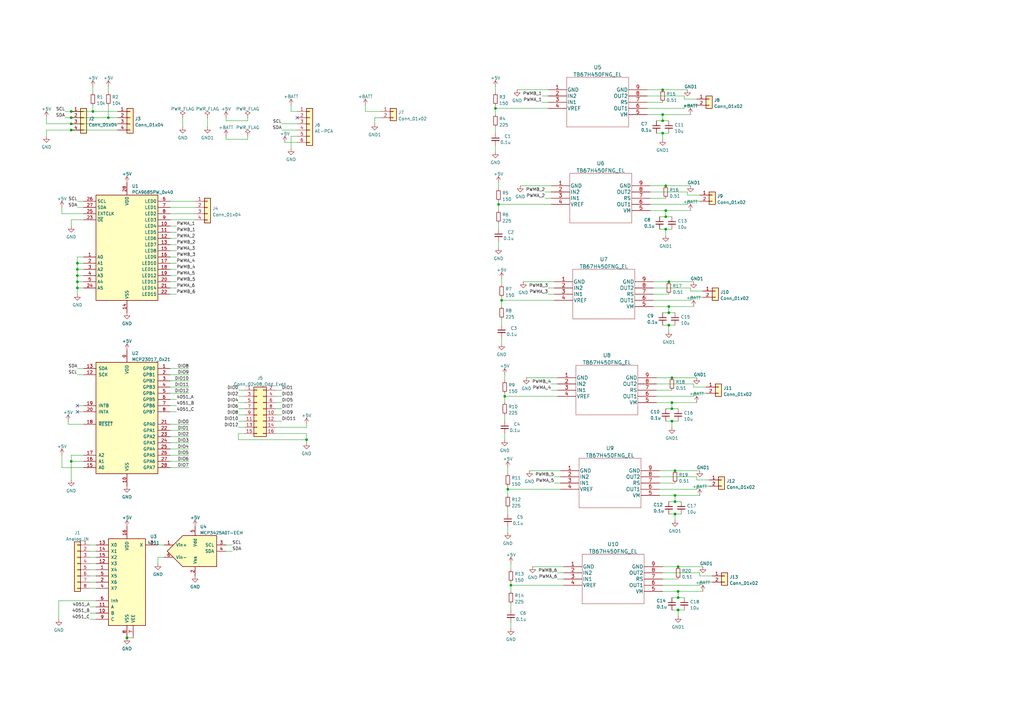
<source format=kicad_sch>
(kicad_sch (version 20211123) (generator eeschema)
  (paper "A3")
  (title_block (title "BCRC Dev-Board") (date "2022-04-24") (company "Lazuly - @Lazuly_tech"))
  (junction (at 274.32 128.27))
  (junction (at 125.73 180.34))
  (junction (at 278.13 250.19))
  (junction (at 31.75 115.57))
  (junction (at 275.59 154.94))
  (junction (at 275.59 165.1))
  (junction (at 29.21 53.34))
  (junction (at 278.13 245.11))
  (junction (at 276.86 205.74))
  (junction (at 276.86 193.04))
  (junction (at 38.1 45.72))
  (junction (at 275.59 172.72))
  (junction (at 208.28 200.66))
  (junction (at 274.32 125.73))
  (junction (at 31.75 113.03))
  (junction (at 271.78 54.61))
  (junction (at 205.74 123.19))
  (junction (at 271.78 49.53))
  (junction (at 203.2 44.45))
  (junction (at 271.78 36.83))
  (junction (at 207.01 162.56))
  (junction (at 209.55 240.03))
  (junction (at 204.47 83.82))
  (junction (at 52.07 261.62))
  (junction (at 276.86 210.82))
  (junction (at 278.13 232.41))
  (junction (at 275.59 167.64))
  (junction (at 31.75 107.95))
  (junction (at 29.21 189.23))
  (junction (at 44.45 48.26))
  (junction (at 29.21 48.26))
  (junction (at 31.75 118.11))
  (junction (at 274.32 133.35))
  (junction (at 29.21 50.8))
  (junction (at 271.78 46.99))
  (junction (at 273.05 93.98))
  (junction (at 276.86 203.2))
  (junction (at 274.32 115.57))
  (junction (at 278.13 242.57))
  (junction (at 273.05 86.36))
  (junction (at 273.05 88.9))
  (junction (at 31.75 110.49))
  (junction (at 273.05 76.2))
  (junction (at 29.21 45.72))
  (no_connect (at 31.75 168.91))
  (no_connect (at 31.75 166.37))
  (no_connect (at 121.92 48.26))
  (wire (pts (xy 36.83 223.52) (xy 39.37 223.52)))
  (wire (pts (xy 31.75 105.41) (xy 34.29 105.41)))
  (wire (pts (xy 271.78 54.61) (xy 274.32 54.61)))
  (wire (pts (xy 269.24 49.53) (xy 271.78 49.53)))
  (wire (pts (xy 205.74 123.19) (xy 205.74 125.73)))
  (wire (pts (xy 125.73 177.8) (xy 125.73 180.34)))
  (wire (pts (xy 31.75 115.57) (xy 34.29 115.57)))
  (wire (pts (xy 44.45 48.26) (xy 48.26 48.26)))
  (wire (pts (xy 275.59 165.1) (xy 275.59 167.64)))
  (wire (pts (xy 113.03 165.1) (xy 115.57 165.1)))
  (wire (pts (xy 267.97 115.57) (xy 274.32 115.57)))
  (wire (pts (xy 31.75 151.13) (xy 34.29 151.13)))
  (wire (pts (xy 285.75 195.58) (xy 285.75 196.85)))
  (wire (pts (xy 275.59 172.72) (xy 275.59 175.26)))
  (wire (pts (xy 266.7 86.36) (xy 273.05 86.36)))
  (wire (pts (xy 273.05 172.72) (xy 275.59 172.72)))
  (wire (pts (xy 119.38 55.88) (xy 119.38 60.96)))
  (wire (pts (xy 267.97 123.19) (xy 283.21 123.19)))
  (wire (pts (xy 273.05 86.36) (xy 283.21 86.36)))
  (wire (pts (xy 205.74 123.19) (xy 227.33 123.19)))
  (wire (pts (xy 278.13 250.19) (xy 278.13 252.73)))
  (wire (pts (xy 209.55 247.65) (xy 209.55 250.19)))
  (wire (pts (xy 287.02 234.95) (xy 287.02 236.22)))
  (wire (pts (xy 266.7 76.2) (xy 273.05 76.2)))
  (wire (pts (xy 271.78 46.99) (xy 271.78 49.53)))
  (wire (pts (xy 97.79 175.26) (xy 100.33 175.26)))
  (wire (pts (xy 69.85 115.57) (xy 72.39 115.57)))
  (wire (pts (xy 69.85 173.99) (xy 77.47 173.99)))
  (wire (pts (xy 274.32 128.27) (xy 276.86 128.27)))
  (wire (pts (xy 64.77 223.52) (xy 67.31 223.52)))
  (wire (pts (xy 274.32 133.35) (xy 274.32 135.89)))
  (wire (pts (xy 283.21 123.19) (xy 283.21 121.92)))
  (wire (pts (xy 275.59 165.1) (xy 285.75 165.1)))
  (wire (pts (xy 280.67 44.45) (xy 280.67 43.18)))
  (wire (pts (xy 271.78 49.53) (xy 274.32 49.53)))
  (wire (pts (xy 36.83 251.46) (xy 39.37 251.46)))
  (wire (pts (xy 278.13 232.41) (xy 288.29 232.41)))
  (wire (pts (xy 209.55 231.14) (xy 209.55 233.68)))
  (wire (pts (xy 69.85 87.63) (xy 80.01 87.63)))
  (wire (pts (xy 271.78 240.03) (xy 287.02 240.03)))
  (wire (pts (xy 269.24 160.02) (xy 275.59 160.02)))
  (wire (pts (xy 276.86 193.04) (xy 287.02 193.04)))
  (wire (pts (xy 24.13 246.38) (xy 39.37 246.38)))
  (wire (pts (xy 278.13 245.11) (xy 280.67 245.11)))
  (wire (pts (xy 267.97 120.65) (xy 274.32 120.65)))
  (wire (pts (xy 29.21 53.34) (xy 48.26 53.34)))
  (wire (pts (xy 69.85 85.09) (xy 80.01 85.09)))
  (wire (pts (xy 69.85 179.07) (xy 77.47 179.07)))
  (wire (pts (xy 205.74 130.81) (xy 205.74 133.35)))
  (wire (pts (xy 69.85 168.91) (xy 72.39 168.91)))
  (wire (pts (xy 69.85 95.25) (xy 72.39 95.25)))
  (wire (pts (xy 113.03 175.26) (xy 125.73 175.26)))
  (wire (pts (xy 69.85 184.15) (xy 77.47 184.15)))
  (wire (pts (xy 222.25 41.91) (xy 224.79 41.91)))
  (wire (pts (xy 284.48 162.56) (xy 284.48 161.29)))
  (wire (pts (xy 273.05 86.36) (xy 273.05 88.9)))
  (wire (pts (xy 69.85 118.11) (xy 72.39 118.11)))
  (wire (pts (xy 113.03 162.56) (xy 115.57 162.56)))
  (wire (pts (xy 69.85 102.87) (xy 72.39 102.87)))
  (wire (pts (xy 269.24 154.94) (xy 275.59 154.94)))
  (wire (pts (xy 265.43 41.91) (xy 271.78 41.91)))
  (wire (pts (xy 115.57 53.34) (xy 121.92 53.34)))
  (wire (pts (xy 271.78 242.57) (xy 278.13 242.57)))
  (wire (pts (xy 36.83 233.68) (xy 39.37 233.68)))
  (wire (pts (xy 29.21 90.17) (xy 34.29 90.17)))
  (wire (pts (xy 69.85 186.69) (xy 77.47 186.69)))
  (wire (pts (xy 203.2 52.07) (xy 203.2 54.61)))
  (wire (pts (xy 283.21 119.38) (xy 288.29 119.38)))
  (wire (pts (xy 214.63 115.57) (xy 227.33 115.57)))
  (wire (pts (xy 149.86 45.72) (xy 149.86 43.18)))
  (wire (pts (xy 92.71 57.15) (xy 101.6 57.15)))
  (wire (pts (xy 69.85 158.75) (xy 77.47 158.75)))
  (wire (pts (xy 269.24 54.61) (xy 271.78 54.61)))
  (wire (pts (xy 92.71 49.53) (xy 92.71 48.26)))
  (wire (pts (xy 271.78 133.35) (xy 274.32 133.35)))
  (wire (pts (xy 97.79 167.64) (xy 100.33 167.64)))
  (wire (pts (xy 267.97 118.11) (xy 283.21 118.11)))
  (wire (pts (xy 69.85 97.79) (xy 72.39 97.79)))
  (wire (pts (xy 26.67 48.26) (xy 29.21 48.26)))
  (wire (pts (xy 207.01 177.8) (xy 207.01 180.34)))
  (wire (pts (xy 205.74 138.43) (xy 205.74 140.97)))
  (wire (pts (xy 209.55 238.76) (xy 209.55 240.03)))
  (wire (pts (xy 284.48 161.29) (xy 289.56 161.29)))
  (wire (pts (xy 273.05 93.98) (xy 275.59 93.98)))
  (wire (pts (xy 266.7 78.74) (xy 281.94 78.74)))
  (wire (pts (xy 69.85 92.71) (xy 72.39 92.71)))
  (wire (pts (xy 270.51 93.98) (xy 273.05 93.98)))
  (wire (pts (xy 85.09 48.26) (xy 85.09 52.07)))
  (wire (pts (xy 275.59 172.72) (xy 278.13 172.72)))
  (wire (pts (xy 205.74 121.92) (xy 205.74 123.19)))
  (wire (pts (xy 275.59 154.94) (xy 285.75 154.94)))
  (wire (pts (xy 113.03 160.02) (xy 115.57 160.02)))
  (wire (pts (xy 208.28 215.9) (xy 208.28 218.44)))
  (wire (pts (xy 203.2 35.56) (xy 203.2 38.1)))
  (wire (pts (xy 287.02 236.22) (xy 292.1 236.22)))
  (wire (pts (xy 92.71 223.52) (xy 95.25 223.52)))
  (wire (pts (xy 215.9 154.94) (xy 228.6 154.94)))
  (wire (pts (xy 36.83 241.3) (xy 39.37 241.3)))
  (wire (pts (xy 204.47 83.82) (xy 204.47 86.36)))
  (wire (pts (xy 275.59 250.19) (xy 278.13 250.19)))
  (wire (pts (xy 69.85 163.83) (xy 72.39 163.83)))
  (wire (pts (xy 97.79 177.8) (xy 100.33 177.8)))
  (wire (pts (xy 224.79 120.65) (xy 227.33 120.65)))
  (wire (pts (xy 19.05 50.8) (xy 19.05 48.26)))
  (wire (pts (xy 209.55 240.03) (xy 209.55 242.57)))
  (wire (pts (xy 207.01 153.67) (xy 207.01 156.21)))
  (wire (pts (xy 273.05 88.9) (xy 275.59 88.9)))
  (wire (pts (xy 34.29 189.23) (xy 29.21 189.23)))
  (wire (pts (xy 27.94 173.99) (xy 34.29 173.99)))
  (wire (pts (xy 278.13 250.19) (xy 280.67 250.19)))
  (wire (pts (xy 64.77 228.6) (xy 64.77 231.14)))
  (wire (pts (xy 281.94 78.74) (xy 281.94 80.01)))
  (wire (pts (xy 273.05 167.64) (xy 275.59 167.64)))
  (wire (pts (xy 29.21 90.17) (xy 29.21 92.71)))
  (wire (pts (xy 69.85 82.55) (xy 80.01 82.55)))
  (wire (pts (xy 273.05 76.2) (xy 283.21 76.2)))
  (wire (pts (xy 284.48 158.75) (xy 289.56 158.75)))
  (wire (pts (xy 274.32 125.73) (xy 284.48 125.73)))
  (wire (pts (xy 275.59 245.11) (xy 278.13 245.11)))
  (wire (pts (xy 271.78 234.95) (xy 287.02 234.95)))
  (wire (pts (xy 36.83 228.6) (xy 39.37 228.6)))
  (wire (pts (xy 278.13 242.57) (xy 288.29 242.57)))
  (wire (pts (xy 226.06 157.48) (xy 228.6 157.48)))
  (wire (pts (xy 222.25 39.37) (xy 224.79 39.37)))
  (wire (pts (xy 265.43 39.37) (xy 280.67 39.37)))
  (wire (pts (xy 280.67 39.37) (xy 280.67 40.64)))
  (wire (pts (xy 97.79 177.8) (xy 97.79 180.34)))
  (wire (pts (xy 36.83 248.92) (xy 39.37 248.92)))
  (wire (pts (xy 69.85 156.21) (xy 77.47 156.21)))
  (wire (pts (xy 101.6 49.53) (xy 92.71 49.53)))
  (wire (pts (xy 31.75 153.67) (xy 34.29 153.67)))
  (wire (pts (xy 29.21 186.69) (xy 34.29 186.69)))
  (wire (pts (xy 31.75 107.95) (xy 31.75 110.49)))
  (wire (pts (xy 113.03 167.64) (xy 115.57 167.64)))
  (wire (pts (xy 101.6 48.26) (xy 101.6 49.53)))
  (wire (pts (xy 92.71 55.88) (xy 92.71 57.15)))
  (wire (pts (xy 274.32 125.73) (xy 274.32 128.27)))
  (wire (pts (xy 29.21 50.8) (xy 48.26 50.8)))
  (wire (pts (xy 25.4 87.63) (xy 34.29 87.63)))
  (wire (pts (xy 69.85 151.13) (xy 77.47 151.13)))
  (wire (pts (xy 29.21 53.34) (xy 19.05 53.34)))
  (wire (pts (xy 207.01 170.18) (xy 207.01 172.72)))
  (wire (pts (xy 267.97 125.73) (xy 274.32 125.73)))
  (wire (pts (xy 31.75 115.57) (xy 31.75 118.11)))
  (wire (pts (xy 97.79 165.1) (xy 100.33 165.1)))
  (wire (pts (xy 44.45 43.18) (xy 44.45 48.26)))
  (wire (pts (xy 269.24 157.48) (xy 284.48 157.48)))
  (wire (pts (xy 208.28 191.77) (xy 208.28 194.31)))
  (wire (pts (xy 31.75 105.41) (xy 31.75 107.95)))
  (wire (pts (xy 271.78 54.61) (xy 271.78 57.15)))
  (wire (pts (xy 217.17 193.04) (xy 229.87 193.04)))
  (wire (pts (xy 92.71 226.06) (xy 95.25 226.06)))
  (wire (pts (xy 203.2 44.45) (xy 203.2 46.99)))
  (wire (pts (xy 223.52 81.28) (xy 226.06 81.28)))
  (wire (pts (xy 119.38 45.72) (xy 119.38 43.18)))
  (wire (pts (xy 276.86 210.82) (xy 279.4 210.82)))
  (wire (pts (xy 274.32 115.57) (xy 284.48 115.57)))
  (wire (pts (xy 209.55 240.03) (xy 231.14 240.03)))
  (wire (pts (xy 69.85 120.65) (xy 72.39 120.65)))
  (wire (pts (xy 67.31 228.6) (xy 64.77 228.6)))
  (wire (pts (xy 266.7 83.82) (xy 281.94 83.82)))
  (wire (pts (xy 271.78 36.83) (xy 281.94 36.83)))
  (wire (pts (xy 113.03 172.72) (xy 115.57 172.72)))
  (wire (pts (xy 31.75 166.37) (xy 34.29 166.37)))
  (wire (pts (xy 274.32 205.74) (xy 276.86 205.74)))
  (wire (pts (xy 285.75 200.66) (xy 285.75 199.39)))
  (wire (pts (xy 38.1 35.56) (xy 38.1 38.1)))
  (wire (pts (xy 97.79 162.56) (xy 100.33 162.56)))
  (wire (pts (xy 287.02 240.03) (xy 287.02 238.76)))
  (wire (pts (xy 208.28 208.28) (xy 208.28 210.82)))
  (wire (pts (xy 29.21 189.23) (xy 29.21 196.85)))
  (wire (pts (xy 203.2 59.69) (xy 203.2 62.23)))
  (wire (pts (xy 69.85 105.41) (xy 72.39 105.41)))
  (wire (pts (xy 203.2 44.45) (xy 224.79 44.45)))
  (wire (pts (xy 224.79 118.11) (xy 227.33 118.11)))
  (wire (pts (xy 113.03 177.8) (xy 125.73 177.8)))
  (wire (pts (xy 31.75 85.09) (xy 34.29 85.09)))
  (wire (pts (xy 208.28 200.66) (xy 229.87 200.66)))
  (wire (pts (xy 69.85 176.53) (xy 77.47 176.53)))
  (wire (pts (xy 283.21 118.11) (xy 283.21 119.38)))
  (wire (pts (xy 101.6 57.15) (xy 101.6 55.88)))
  (wire (pts (xy 204.47 83.82) (xy 226.06 83.82)))
  (wire (pts (xy 209.55 255.27) (xy 209.55 257.81)))
  (wire (pts (xy 69.85 153.67) (xy 77.47 153.67)))
  (wire (pts (xy 97.79 180.34) (xy 125.73 180.34)))
  (wire (pts (xy 31.75 107.95) (xy 34.29 107.95)))
  (wire (pts (xy 156.21 48.26) (xy 153.67 48.26)))
  (wire (pts (xy 270.51 198.12) (xy 276.86 198.12)))
  (wire (pts (xy 207.01 162.56) (xy 207.01 165.1)))
  (wire (pts (xy 213.36 76.2) (xy 226.06 76.2)))
  (wire (pts (xy 36.83 238.76) (xy 39.37 238.76)))
  (wire (pts (xy 204.47 99.06) (xy 204.47 101.6)))
  (wire (pts (xy 276.86 203.2) (xy 276.86 205.74)))
  (wire (pts (xy 25.4 85.09) (xy 25.4 87.63)))
  (wire (pts (xy 25.4 186.69) (xy 25.4 191.77)))
  (wire (pts (xy 27.94 172.72) (xy 27.94 173.99)))
  (wire (pts (xy 269.24 165.1) (xy 275.59 165.1)))
  (wire (pts (xy 69.85 113.03) (xy 72.39 113.03)))
  (wire (pts (xy 265.43 46.99) (xy 271.78 46.99)))
  (wire (pts (xy 113.03 170.18) (xy 115.57 170.18)))
  (wire (pts (xy 31.75 113.03) (xy 34.29 113.03)))
  (wire (pts (xy 228.6 237.49) (xy 231.14 237.49)))
  (wire (pts (xy 125.73 180.34) (xy 125.73 181.61)))
  (wire (pts (xy 274.32 210.82) (xy 276.86 210.82)))
  (wire (pts (xy 281.94 82.55) (xy 287.02 82.55)))
  (wire (pts (xy 271.78 128.27) (xy 274.32 128.27)))
  (wire (pts (xy 276.86 205.74) (xy 279.4 205.74)))
  (wire (pts (xy 270.51 193.04) (xy 276.86 193.04)))
  (wire (pts (xy 203.2 43.18) (xy 203.2 44.45)))
  (wire (pts (xy 285.75 199.39) (xy 290.83 199.39)))
  (wire (pts (xy 223.52 78.74) (xy 226.06 78.74)))
  (wire (pts (xy 69.85 181.61) (xy 77.47 181.61)))
  (wire (pts (xy 207.01 161.29) (xy 207.01 162.56)))
  (wire (pts (xy 265.43 44.45) (xy 280.67 44.45)))
  (wire (pts (xy 26.67 45.72) (xy 29.21 45.72)))
  (wire (pts (xy 97.79 170.18) (xy 100.33 170.18)))
  (wire (pts (xy 31.75 118.11) (xy 34.29 118.11)))
  (wire (pts (xy 29.21 45.72) (xy 38.1 45.72)))
  (wire (pts (xy 204.47 74.93) (xy 204.47 77.47)))
  (wire (pts (xy 269.24 162.56) (xy 284.48 162.56)))
  (wire (pts (xy 69.85 166.37) (xy 72.39 166.37)))
  (wire (pts (xy 19.05 53.34) (xy 19.05 55.88)))
  (wire (pts (xy 38.1 43.18) (xy 38.1 45.72)))
  (wire (pts (xy 271.78 232.41) (xy 278.13 232.41)))
  (wire (pts (xy 218.44 232.41) (xy 231.14 232.41)))
  (wire (pts (xy 153.67 48.26) (xy 153.67 50.8)))
  (wire (pts (xy 31.75 118.11) (xy 31.75 120.65)))
  (wire (pts (xy 270.51 88.9) (xy 273.05 88.9)))
  (wire (pts (xy 271.78 46.99) (xy 283.21 46.99)))
  (wire (pts (xy 125.73 173.99) (xy 125.73 175.26)))
  (wire (pts (xy 97.79 160.02) (xy 100.33 160.02)))
  (wire (pts (xy 31.75 82.55) (xy 34.29 82.55)))
  (wire (pts (xy 31.75 110.49) (xy 34.29 110.49)))
  (wire (pts (xy 69.85 107.95) (xy 72.39 107.95)))
  (wire (pts (xy 276.86 203.2) (xy 287.02 203.2)))
  (wire (pts (xy 270.51 203.2) (xy 276.86 203.2)))
  (wire (pts (xy 69.85 161.29) (xy 77.47 161.29)))
  (wire (pts (xy 212.09 36.83) (xy 224.79 36.83)))
  (wire (pts (xy 29.21 50.8) (xy 19.05 50.8)))
  (wire (pts (xy 207.01 162.56) (xy 228.6 162.56)))
  (wire (pts (xy 97.79 172.72) (xy 100.33 172.72)))
  (wire (pts (xy 69.85 189.23) (xy 77.47 189.23)))
  (wire (pts (xy 228.6 234.95) (xy 231.14 234.95)))
  (wire (pts (xy 36.83 254) (xy 39.37 254)))
  (wire (pts (xy 226.06 160.02) (xy 228.6 160.02)))
  (wire (pts (xy 227.33 198.12) (xy 229.87 198.12)))
  (wire (pts (xy 24.13 246.38) (xy 24.13 254)))
  (wire (pts (xy 274.32 133.35) (xy 276.86 133.35)))
  (wire (pts (xy 205.74 114.3) (xy 205.74 116.84)))
  (wire (pts (xy 281.94 80.01) (xy 287.02 80.01)))
  (wire (pts (xy 280.67 43.18) (xy 285.75 43.18)))
  (wire (pts (xy 52.07 261.62) (xy 54.61 261.62)))
  (wire (pts (xy 116.84 58.42) (xy 121.92 58.42)))
  (wire (pts (xy 44.45 35.56) (xy 44.45 38.1)))
  (wire (pts (xy 69.85 100.33) (xy 72.39 100.33)))
  (wire (pts (xy 287.02 238.76) (xy 292.1 238.76)))
  (wire (pts (xy 36.83 226.06) (xy 39.37 226.06)))
  (wire (pts (xy 271.78 237.49) (xy 278.13 237.49)))
  (wire (pts (xy 69.85 110.49) (xy 72.39 110.49)))
  (wire (pts (xy 121.92 45.72) (xy 119.38 45.72)))
  (wire (pts (xy 266.7 81.28) (xy 273.05 81.28)))
  (wire (pts (xy 273.05 93.98) (xy 273.05 96.52)))
  (wire (pts (xy 36.83 236.22) (xy 39.37 236.22)))
  (wire (pts (xy 208.28 200.66) (xy 208.28 203.2)))
  (wire (pts (xy 29.21 186.69) (xy 29.21 189.23)))
  (wire (pts (xy 208.28 199.39) (xy 208.28 200.66)))
  (wire (pts (xy 121.92 55.88) (xy 119.38 55.88)))
  (wire (pts (xy 74.93 48.26) (xy 74.93 52.07)))
  (wire (pts (xy 204.47 82.55) (xy 204.47 83.82)))
  (wire (pts (xy 280.67 40.64) (xy 285.75 40.64)))
  (wire (pts (xy 36.83 231.14) (xy 39.37 231.14)))
  (wire (pts (xy 227.33 195.58) (xy 229.87 195.58)))
  (wire (pts (xy 204.47 91.44) (xy 204.47 93.98)))
  (wire (pts (xy 270.51 200.66) (xy 285.75 200.66)))
  (wire (pts (xy 69.85 191.77) (xy 77.47 191.77)))
  (wire (pts (xy 284.48 157.48) (xy 284.48 158.75)))
  (wire (pts (xy 149.86 45.72) (xy 156.21 45.72)))
  (wire (pts (xy 278.13 242.57) (xy 278.13 245.11)))
  (wire (pts (xy 38.1 45.72) (xy 48.26 45.72)))
  (wire (pts (xy 29.21 48.26) (xy 44.45 48.26)))
  (wire (pts (xy 276.86 210.82) (xy 276.86 213.36)))
  (wire (pts (xy 275.59 167.64) (xy 278.13 167.64)))
  (wire (pts (xy 31.75 110.49) (xy 31.75 113.03)))
  (wire (pts (xy 270.51 195.58) (xy 285.75 195.58)))
  (wire (pts (xy 285.75 196.85) (xy 290.83 196.85)))
  (wire (pts (xy 34.29 191.77) (xy 25.4 191.77)))
  (wire (pts (xy 281.94 83.82) (xy 281.94 82.55)))
  (wire (pts (xy 265.43 36.83) (xy 271.78 36.83)))
  (wire (pts (xy 31.75 113.03) (xy 31.75 115.57)))
  (wire (pts (xy 115.57 50.8) (xy 121.92 50.8)))
  (wire (pts (xy 69.85 90.17) (xy 80.01 90.17)))
  (wire (pts (xy 283.21 121.92) (xy 288.29 121.92)))
  (wire (pts (xy 31.75 168.91) (xy 34.29 168.91)))
  (label "PWMA_6" (at 72.39 118.11 0))
  (label "DIO3" (at 115.57 162.56 0))
  (label "PWMA_1" (at 222.25 41.91 180))
  (label "PWMB_2" (at 72.39 100.33 0))
  (label "PWMA_6" (at 228.6 237.49 180))
  (label "4051_A" (at 36.83 248.92 180))
  (label "DIO12" (at 77.47 161.29 180))
  (label "PWMB_3" (at 224.79 118.11 180))
  (label "PWMA_4" (at 72.39 107.95 0))
  (label "PWMA_2" (at 223.52 81.28 180))
  (label "PWMA_5" (at 227.33 198.12 180))
  (label "DIO2" (at 97.79 162.56 180))
  (label "PWMA_2" (at 72.39 97.79 0))
  (label "PWMB_6" (at 72.39 120.65 0))
  (label "DIO4" (at 97.79 165.1 180))
  (label "4051_C" (at 36.83 254 180))
  (label "PWMA_1" (at 72.39 92.71 0))
  (label "PWMB_4" (at 72.39 110.49 0))
  (label "DIO8" (at 97.79 170.18 180))
  (label "4051_B" (at 36.83 251.46 180))
  (label "DIO5" (at 77.47 186.69 180))
  (label "DIO10" (at 97.79 172.72 180))
  (label "DIO5" (at 115.57 165.1 0))
  (label "DIO8" (at 77.47 151.13 180))
  (label "DIO0" (at 97.79 160.02 180))
  (label "PWMA_4" (at 226.06 160.02 180))
  (label "PWMB_4" (at 226.06 157.48 180))
  (label "SDA" (at 95.25 226.06 0))
  (label "SCL" (at 115.57 50.8 180))
  (label "DIO3" (at 77.47 181.61 180))
  (label "PWMB_1" (at 72.39 95.25 0))
  (label "SCL" (at 31.75 153.67 180))
  (label "4051_A" (at 72.39 163.83 0))
  (label "SCL" (at 95.25 223.52 0))
  (label "DIO11" (at 77.47 158.75 180))
  (label "DIO7" (at 77.47 191.77 180))
  (label "DIO0" (at 77.47 173.99 180))
  (label "DIO6" (at 77.47 189.23 180))
  (label "4051_B" (at 72.39 166.37 0))
  (label "DIO1" (at 77.47 176.53 180))
  (label "DIO9" (at 115.57 170.18 0))
  (label "DIO10" (at 77.47 156.21 180))
  (label "DIO7" (at 115.57 167.64 0))
  (label "SCL" (at 26.67 45.72 180))
  (label "PWMB_5" (at 227.33 195.58 180))
  (label "DIO4" (at 77.47 184.15 180))
  (label "DIO9" (at 77.47 153.67 180))
  (label "DIO6" (at 97.79 167.64 180))
  (label "PWMB_3" (at 72.39 105.41 0))
  (label "SDA" (at 31.75 151.13 180))
  (label "DIO2" (at 77.47 179.07 180))
  (label "PWMB_1" (at 222.25 39.37 180))
  (label "DIO1" (at 115.57 160.02 0))
  (label "PWMB_6" (at 228.6 234.95 180))
  (label "DIO11" (at 115.57 172.72 0))
  (label "PWMA_3" (at 72.39 102.87 0))
  (label "PWMB_5" (at 72.39 115.57 0))
  (label "PWMA_5" (at 72.39 113.03 0))
  (label "SCL" (at 31.75 82.55 180))
  (label "SDA" (at 26.67 48.26 180))
  (label "SDA" (at 31.75 85.09 180))
  (label "4051_C" (at 72.39 168.91 0))
  (label "DIO12" (at 97.79 175.26 180))
  (label "PWMB_2" (at 223.52 78.74 180))
  (label "SDA" (at 115.57 53.34 180))
  (label "PWMA_3" (at 224.79 120.65 180))
  (symbol (lib_id "power:GND1") (at 274.32 135.89 0) (unit 1)
    (property "Reference" "#PWR052" (effects hide))
    (property "Value" "GND1" (at 274.32 140.3334 0))
  )
  (symbol (lib_id "power:GND") (at 209.55 257.81 0) (unit 1)
    (property "Reference" "#PWR043" (effects hide))
    (property "Value" "GND" (at 209.55 262.2534 0))
  )
  (symbol (lib_id "Connector_Generic:Conn_01x02") (at 292.1 80.01 0) (unit 1)
    (property "Reference" "J9" (at 294.132 80.4453 0) (effects (justify left)))
    (property "Value" "Conn_01x02" (at 294.132 82.9822 0) (effects (justify left)))
    (property "Footprint" "Connector_JST:JST_XH_B2B-XH-A_1x02_P2.50mm_Vertical" (effects hide))
  )
  (symbol (lib_id "Connector_Generic:Conn_01x02") (at 294.64 158.75 0) (unit 1)
    (property "Reference" "J11" (at 296.672 159.1853 0) (effects (justify left)))
    (property "Value" "Conn_01x02" (at 296.672 161.7222 0) (effects (justify left)))
    (property "Footprint" "Connector_JST:JST_XH_B2B-XH-A_1x02_P2.50mm_Vertical" (effects hide))
  )
  (symbol (lib_id "TB67H450FNG:TB67H450FNG_EL") (at 231.14 232.41 0) (unit 1)
    (property "Reference" "U10" (at 251.46 223.1824 0) (effects (font (size 1.524 1.524))))
    (property "Value" "TB67H450FNG_EL" (at 251.46 226.1758 0) (effects (font (size 1.524 1.524))))
    (property "Footprint" "TB67H450FNG:TB67H450FNG" (effects hide))
  )
  (symbol (lib_id "Device:C_Small") (at 275.59 91.44 0) (unit 1)
    (property "Reference" "C13" (at 277.9141 90.6116 0) (effects (justify left)))
    (property "Value" "10u" (at 277.9141 93.1485 0) (effects (justify left)))
    (property "Footprint" "Capacitor_SMD:C_0603_1608Metric_Pad1.08x0.95mm_HandSolder" (effects hide))
  )
  (symbol (lib_id "power:+5V") (at 208.28 191.77 0) (unit 1)
    (property "Reference" "#PWR040" (effects hide))
    (property "Value" "+5V" (at 208.28 188.1942 0))
  )
  (symbol (lib_id "power:GND1") (at 85.09 52.07 0) (unit 1)
    (property "Reference" "#PWR022" (effects hide))
    (property "Value" "GND1" (at 85.09 56.5134 0))
  )
  (symbol (lib_id "Connector_Generic:Conn_01x04") (at 34.29 48.26 0) (unit 1)
    (property "Reference" "J2" (at 36.322 48.6953 0) (effects (justify left)))
    (property "Value" "Conn_01x04" (at 36.322 51.2322 0) (effects (justify left)))
    (property "Footprint" "Connector:NS-Tech_Grove_1x04_P2mm_Vertical" (effects hide))
  )
  (symbol (lib_id "Device:R_Small") (at 203.2 49.53 0) (unit 1)
    (property "Reference" "R4" (at 204.6986 48.6953 0) (effects (justify left)))
    (property "Value" "225" (at 204.6986 51.2322 0) (effects (justify left)))
    (property "Footprint" "Resistor_SMD:R_0603_1608Metric_Pad0.98x0.95mm_HandSolder" (effects hide))
  )
  (symbol (lib_id "power:GND") (at 207.01 180.34 0) (unit 1)
    (property "Reference" "#PWR039" (effects hide))
    (property "Value" "GND" (at 207.01 184.7834 0))
  )
  (symbol (lib_id "power:+BATT") (at 287.02 203.2 0) (unit 1)
    (property "Reference" "#PWR065" (effects hide))
    (property "Value" "+BATT" (at 287.02 199.6242 0))
  )
  (symbol (lib_id "power:PWR_FLAG") (at 101.6 48.26 0) (unit 1)
    (property "Reference" "#FLG03" (effects hide))
    (property "Value" "PWR_FLAG" (at 101.6 44.6842 0))
  )
  (symbol (lib_id "power:GND1") (at 275.59 175.26 0) (unit 1)
    (property "Reference" "#PWR053" (effects hide))
    (property "Value" "GND1" (at 275.59 179.7034 0))
  )
  (symbol (lib_id "Device:R_Small") (at 207.01 167.64 0) (unit 1)
    (property "Reference" "R10" (at 208.5086 166.8053 0) (effects (justify left)))
    (property "Value" "225" (at 208.5086 169.3422 0) (effects (justify left)))
    (property "Footprint" "Resistor_SMD:R_0603_1608Metric_Pad0.98x0.95mm_HandSolder" (effects hide))
  )
  (symbol (lib_id "Device:C_Small") (at 203.2 57.15 0) (mirror y) (unit 1)
    (property "Reference" "C1" (at 209.55 55.88 0) (effects (justify left)))
    (property "Value" "0.1u" (at 209.55 58.4169 0) (effects (justify left)))
    (property "Footprint" "Capacitor_SMD:C_0603_1608Metric_Pad1.08x0.95mm_HandSolder" (effects hide))
  )
  (symbol (lib_id "Device:R_Small") (at 276.86 195.58 0) (unit 1)
    (property "Reference" "R19" (at 278.3586 194.7453 0) (effects (justify left)))
    (property "Value" "0.51" (at 278.3586 197.2822 0) (effects (justify left)))
    (property "Footprint" "Resistor_THT:R_Axial_DIN0204_L3.6mm_D1.6mm_P5.08mm_Horizontal" (effects hide))
  )
  (symbol (lib_id "power:GND") (at 208.28 218.44 0) (unit 1)
    (property "Reference" "#PWR041" (effects hide))
    (property "Value" "GND" (at 208.28 222.8834 0))
  )
  (symbol (lib_id "power:GND") (at 80.01 236.22 0) (unit 1)
    (property "Reference" "#PWR021" (effects hide))
    (property "Value" "GND" (at 80.01 240.6634 0))
  )
  (symbol (lib_id "power:+BATT") (at 149.86 43.18 0) (unit 1)
    (property "Reference" "#PWR030" (effects hide))
    (property "Value" "+BATT" (at 149.86 39.6042 0))
  )
  (symbol (lib_id "Connector_Generic:Conn_01x02") (at 290.83 40.64 0) (unit 1)
    (property "Reference" "J8" (at 292.862 41.0753 0) (effects (justify left)))
    (property "Value" "Conn_01x02" (at 292.862 43.6122 0) (effects (justify left)))
    (property "Footprint" "Connector_JST:JST_XH_B2B-XH-A_1x02_P2.50mm_Vertical" (effects hide))
  )
  (symbol (lib_id "Device:C_Small") (at 207.01 175.26 0) (mirror y) (unit 1)
    (property "Reference" "C4" (at 213.36 173.99 0) (effects (justify left)))
    (property "Value" "0.1u" (at 213.36 176.5269 0) (effects (justify left)))
    (property "Footprint" "Capacitor_SMD:C_0603_1608Metric_Pad1.08x0.95mm_HandSolder" (effects hide))
  )
  (symbol (lib_id "power:GND") (at 119.38 60.96 0) (unit 1)
    (property "Reference" "#PWR027" (effects hide))
    (property "Value" "GND" (at 119.38 65.4034 0))
  )
  (symbol (lib_id "power:GND") (at 217.17 193.04 0) (unit 1)
    (property "Reference" "#PWR048" (effects hide))
    (property "Value" "GND" (at 217.17 197.4834 0))
  )
  (symbol (lib_id "TB67H450FNG:TB67H450FNG_EL") (at 229.87 193.04 0) (unit 1)
    (property "Reference" "U9" (at 250.19 183.8124 0) (effects (font (size 1.524 1.524))))
    (property "Value" "TB67H450FNG_EL" (at 250.19 186.8058 0) (effects (font (size 1.524 1.524))))
    (property "Footprint" "TB67H450FNG:TB67H450FNG" (effects hide))
  )
  (symbol (lib_id "power:GND") (at 52.07 128.27 0) (unit 1)
    (property "Reference" "#PWR013" (effects hide))
    (property "Value" "GND" (at 52.07 132.7134 0))
  )
  (symbol (lib_id "power:+5V") (at 203.2 35.56 0) (unit 1)
    (property "Reference" "#PWR032" (effects hide))
    (property "Value" "+5V" (at 203.2 31.9842 0))
  )
  (symbol (lib_id "Connector_Generic:Conn_01x04") (at 85.09 85.09 0) (unit 1)
    (property "Reference" "J4" (at 87.122 85.5253 0) (effects (justify left)))
    (property "Value" "Conn_01x04" (at 87.122 88.0622 0) (effects (justify left)))
    (property "Footprint" "Connector_PinSocket_2.54mm:PinSocket_1x04_P2.54mm_Vertical" (effects hide))
  )
  (symbol (lib_id "Device:C_Small") (at 208.28 213.36 0) (mirror y) (unit 1)
    (property "Reference" "C5" (at 214.63 212.09 0) (effects (justify left)))
    (property "Value" "0.1u" (at 214.63 214.6269 0) (effects (justify left)))
    (property "Footprint" "Capacitor_SMD:C_0603_1608Metric_Pad1.08x0.95mm_HandSolder" (effects hide))
  )
  (symbol (lib_id "power:GND") (at 218.44 232.41 0) (unit 1)
    (property "Reference" "#PWR049" (effects hide))
    (property "Value" "GND" (at 218.44 236.8534 0))
  )
  (symbol (lib_id "Device:R_Small") (at 274.32 118.11 0) (unit 1)
    (property "Reference" "R17" (at 275.8186 117.2753 0) (effects (justify left)))
    (property "Value" "0.51" (at 275.8186 119.8122 0) (effects (justify left)))
    (property "Footprint" "Resistor_THT:R_Axial_DIN0204_L3.6mm_D1.6mm_P5.08mm_Horizontal" (effects hide))
  )
  (symbol (lib_id "Device:R_Small") (at 204.47 88.9 0) (unit 1)
    (property "Reference" "R6" (at 205.9686 88.0653 0) (effects (justify left)))
    (property "Value" "225" (at 205.9686 90.6022 0) (effects (justify left)))
    (property "Footprint" "Resistor_SMD:R_0603_1608Metric_Pad0.98x0.95mm_HandSolder" (effects hide))
  )
  (symbol (lib_id "power:+5V") (at 19.05 48.26 0) (unit 1)
    (property "Reference" "#PWR01" (effects hide))
    (property "Value" "+5V" (at 19.05 44.6842 0))
  )
  (symbol (lib_id "power:GND") (at 29.21 92.71 0) (unit 1)
    (property "Reference" "#PWR07" (effects hide))
    (property "Value" "GND" (at 29.21 97.1534 0))
  )
  (symbol (lib_id "power:GND") (at 29.21 196.85 0) (unit 1)
    (property "Reference" "#PWR08" (effects hide))
    (property "Value" "GND" (at 29.21 201.2934 0))
  )
  (symbol (lib_id "Device:R_Small") (at 275.59 157.48 0) (unit 1)
    (property "Reference" "R18" (at 277.0886 156.6453 0) (effects (justify left)))
    (property "Value" "0.51" (at 277.0886 159.1822 0) (effects (justify left)))
    (property "Footprint" "Resistor_THT:R_Axial_DIN0204_L3.6mm_D1.6mm_P5.08mm_Horizontal" (effects hide))
  )
  (symbol (lib_id "power:PWR_FLAG") (at 101.6 55.88 0) (unit 1)
    (property "Reference" "#FLG04" (effects hide))
    (property "Value" "PWR_FLAG" (at 101.6 52.3042 0))
  )
  (symbol (lib_id "power:GND") (at 52.07 199.39 0) (unit 1)
    (property "Reference" "#PWR015" (effects hide))
    (property "Value" "GND" (at 52.07 203.8334 0))
  )
  (symbol (lib_id "Device:C_Small") (at 204.47 96.52 0) (mirror y) (unit 1)
    (property "Reference" "C2" (at 210.82 95.25 0) (effects (justify left)))
    (property "Value" "0.1u" (at 210.82 97.7869 0) (effects (justify left)))
    (property "Footprint" "Capacitor_SMD:C_0603_1608Metric_Pad1.08x0.95mm_HandSolder" (effects hide))
  )
  (symbol (lib_id "power:+5V") (at 92.71 48.26 0) (unit 1)
    (property "Reference" "#PWR023" (effects hide))
    (property "Value" "+5V" (at 92.71 44.6842 0))
  )
  (symbol (lib_id "power:GND") (at 215.9 154.94 0) (unit 1)
    (property "Reference" "#PWR047" (effects hide))
    (property "Value" "GND" (at 215.9 159.3834 0))
  )
  (symbol (lib_id "Connector_Generic:Conn_01x02") (at 161.29 45.72 0) (unit 1)
    (property "Reference" "J7" (at 163.322 46.1553 0) (effects (justify left)))
    (property "Value" "Conn_01x02" (at 163.322 48.6922 0) (effects (justify left)))
    (property "Footprint" "Connector_JST:JST_XH_B2B-XH-A_1x02_P2.50mm_Vertical" (effects hide))
  )
  (symbol (lib_id "Connector_Generic:Conn_02x08_Odd_Even") (at 105.41 167.64 0) (unit 1)
    (property "Reference" "J5" (at 106.68 155.0502 0))
    (property "Value" "Conn_02x08_Odd_Even" (at 106.68 157.5871 0))
    (property "Footprint" "Connector_PinSocket_2.54mm:PinSocket_2x08_P2.54mm_Vertical" (effects hide))
  )
  (symbol (lib_id "power:+5V") (at 38.1 35.56 0) (unit 1)
    (property "Reference" "#PWR010" (effects hide))
    (property "Value" "+5V" (at 38.1 31.9842 0))
  )
  (symbol (lib_id "power:+5V") (at 204.47 74.93 0) (unit 1)
    (property "Reference" "#PWR034" (effects hide))
    (property "Value" "+5V" (at 204.47 71.3542 0))
  )
  (symbol (lib_id "power:+5V") (at 52.07 143.51 0) (unit 1)
    (property "Reference" "#PWR014" (effects hide))
    (property "Value" "+5V" (at 52.07 139.9342 0))
  )
  (symbol (lib_id "Device:R_Small") (at 209.55 245.11 0) (unit 1)
    (property "Reference" "R14" (at 211.0486 244.2753 0) (effects (justify left)))
    (property "Value" "225" (at 211.0486 246.8122 0) (effects (justify left)))
    (property "Footprint" "Resistor_SMD:R_0603_1608Metric_Pad0.98x0.95mm_HandSolder" (effects hide))
  )
  (symbol (lib_id "Device:R_Small") (at 207.01 158.75 0) (unit 1)
    (property "Reference" "R9" (at 208.5086 157.9153 0) (effects (justify left)))
    (property "Value" "150" (at 208.5086 160.4522 0) (effects (justify left)))
    (property "Footprint" "Resistor_SMD:R_0603_1608Metric_Pad0.98x0.95mm_HandSolder" (effects hide))
  )
  (symbol (lib_id "Connector_Generic:Conn_01x06") (at 127 50.8 0) (unit 1)
    (property "Reference" "J6" (at 129.032 51.2353 0) (effects (justify left)))
    (property "Value" "AE-PCA" (at 129.032 53.7722 0) (effects (justify left)))
    (property "Footprint" "Connector_PinSocket_2.54mm:PinSocket_1x06_P2.54mm_Vertical" (effects hide))
  )
  (symbol (lib_id "power:GND") (at 213.36 76.2 0) (unit 1)
    (property "Reference" "#PWR045" (effects hide))
    (property "Value" "GND" (at 213.36 80.6434 0))
  )
  (symbol (lib_id "power:+5V") (at 52.07 215.9 0) (unit 1)
    (property "Reference" "#PWR016" (effects hide))
    (property "Value" "+5V" (at 52.07 212.3242 0))
  )
  (symbol (lib_id "4xxx:4051") (at 52.07 238.76 0) (unit 1)
    (property "Reference" "U3" (at 62.9504 220.0616 0))
    (property "Value" "4051" (at 62.9504 222.5985 0))
    (property "Footprint" "Package_DIP:DIP-16_W7.62mm_LongPads" (effects hide))
    (property "Datasheet" "http://www.intersil.com/content/dam/Intersil/documents/cd40/cd4051bms-52bms-53bms.pdf" (effects hide))
  )
  (symbol (lib_id "Device:R_Small") (at 38.1 40.64 0) (unit 1)
    (property "Reference" "R1" (at 39.5986 39.8053 0) (effects (justify left)))
    (property "Value" "10k" (at 39.5986 42.3422 0) (effects (justify left)))
    (property "Footprint" "Resistor_SMD:R_0603_1608Metric_Pad0.98x0.95mm_HandSolder" (effects hide))
  )
  (symbol (lib_id "power:GND1") (at 273.05 96.52 0) (unit 1)
    (property "Reference" "#PWR051" (effects hide))
    (property "Value" "GND1" (at 273.05 100.9634 0))
  )
  (symbol (lib_id "Connector_Generic:Conn_01x04") (at 53.34 48.26 0) (unit 1)
    (property "Reference" "J3" (at 55.372 48.6953 0) (effects (justify left)))
    (property "Value" "Conn_01x04" (at 55.372 51.2322 0) (effects (justify left)))
    (property "Footprint" "Connector_PinSocket_2.54mm:PinSocket_1x04_P2.54mm_Vertical" (effects hide))
  )
  (symbol (lib_id "Driver_LED:PCA9685PW") (at 52.07 100.33 0) (unit 1)
    (property "Reference" "U1" (at 54.0894 76.3102 0) (effects (justify left)))
    (property "Value" "PCA9685PW_0x40" (at 54.0894 78.8471 0) (effects (justify left)))
    (property "Footprint" "Package_SO:TSSOP-28_4.4x9.7mm_P0.65mm" (effects hide))
    (property "Datasheet" "http://www.nxp.com/documents/data_sheet/PCA9685.pdf" (effects hide))
  )
  (symbol (lib_id "power:GND1") (at 276.86 213.36 0) (unit 1)
    (property "Reference" "#PWR054" (effects hide))
    (property "Value" "GND1" (at 276.86 217.8034 0))
  )
  (symbol (lib_id "power:GND1") (at 281.94 36.83 0) (unit 1)
    (property "Reference" "#PWR056" (effects hide))
    (property "Value" "GND1" (at 280.67 35.56 0) (effects (justify left)))
  )
  (symbol (lib_id "power:+BATT") (at 283.21 46.99 0) (unit 1)
    (property "Reference" "#PWR057" (effects hide))
    (property "Value" "+BATT" (at 283.21 43.4142 0))
  )
  (symbol (lib_id "power:GND1") (at 288.29 232.41 0) (unit 1)
    (property "Reference" "#PWR066" (effects hide))
    (property "Value" "GND1" (at 287.02 231.14 0) (effects (justify left)))
  )
  (symbol (lib_id "power:GND") (at 19.05 55.88 0) (unit 1)
    (property "Reference" "#PWR02" (effects hide))
    (property "Value" "GND" (at 19.05 60.3234 0))
  )
  (symbol (lib_id "Device:R_Small") (at 205.74 119.38 0) (unit 1)
    (property "Reference" "R7" (at 207.2386 118.5453 0) (effects (justify left)))
    (property "Value" "150" (at 207.2386 121.0822 0) (effects (justify left)))
    (property "Footprint" "Resistor_SMD:R_0603_1608Metric_Pad0.98x0.95mm_HandSolder" (effects hide))
  )
  (symbol (lib_id "power:GND") (at 31.75 120.65 0) (unit 1)
    (property "Reference" "#PWR09" (effects hide))
    (property "Value" "GND" (at 31.75 125.0934 0))
  )
  (symbol (lib_id "power:+BATT") (at 283.21 86.36 0) (unit 1)
    (property "Reference" "#PWR059" (effects hide))
    (property "Value" "+BATT" (at 283.21 82.7842 0))
  )
  (symbol (lib_id "Device:C_Small") (at 269.24 52.07 0) (unit 1)
    (property "Reference" "C7" (at 262.89 50.8 0) (effects (justify left)))
    (property "Value" "0.1u" (at 262.89 53.3369 0) (effects (justify left)))
    (property "Footprint" "Capacitor_SMD:C_0603_1608Metric_Pad1.08x0.95mm_HandSolder" (effects hide))
  )
  (symbol (lib_id "power:+BATT") (at 92.71 55.88 0) (unit 1)
    (property "Reference" "#PWR024" (effects hide))
    (property "Value" "+BATT" (at 92.71 52.3042 0))
  )
  (symbol (lib_id "Device:R_Small") (at 271.78 39.37 0) (unit 1)
    (property "Reference" "R15" (at 273.2786 38.5353 0) (effects (justify left)))
    (property "Value" "0.51" (at 273.2786 41.0722 0) (effects (justify left)))
    (property "Footprint" "Resistor_THT:R_Axial_DIN0204_L3.6mm_D1.6mm_P5.08mm_Horizontal" (effects hide))
  )
  (symbol (lib_id "Device:R_Small") (at 205.74 128.27 0) (unit 1)
    (property "Reference" "R8" (at 207.2386 127.4353 0) (effects (justify left)))
    (property "Value" "225" (at 207.2386 129.9722 0) (effects (justify left)))
    (property "Footprint" "Resistor_SMD:R_0603_1608Metric_Pad0.98x0.95mm_HandSolder" (effects hide))
  )
  (symbol (lib_id "power:PWR_FLAG") (at 74.93 48.26 0) (unit 1)
    (property "Reference" "#FLG01" (effects hide))
    (property "Value" "PWR_FLAG" (at 74.93 44.6842 0))
  )
  (symbol (lib_id "Device:C_Small") (at 279.4 208.28 0) (unit 1)
    (property "Reference" "C17" (at 281.7241 207.4516 0) (effects (justify left)))
    (property "Value" "10u" (at 281.7241 209.9885 0) (effects (justify left)))
    (property "Footprint" "Capacitor_SMD:C_0603_1608Metric_Pad1.08x0.95mm_HandSolder" (effects hide))
  )
  (symbol (lib_id "Device:C_Small") (at 270.51 91.44 0) (unit 1)
    (property "Reference" "C8" (at 264.16 90.17 0) (effects (justify left)))
    (property "Value" "0.1u" (at 264.16 92.7069 0) (effects (justify left)))
    (property "Footprint" "Capacitor_SMD:C_0603_1608Metric_Pad1.08x0.95mm_HandSolder" (effects hide))
  )
  (symbol (lib_id "power:GND") (at 214.63 115.57 0) (unit 1)
    (property "Reference" "#PWR046" (effects hide))
    (property "Value" "GND" (at 214.63 120.0134 0))
  )
  (symbol (lib_id "Interface_Expansion:MCP23017_SP") (at 52.07 171.45 0) (unit 1)
    (property "Reference" "U2" (at 54.0894 144.8902 0) (effects (justify left)))
    (property "Value" "MCP23017_0x21" (at 54.0894 147.4271 0) (effects (justify left)))
    (property "Footprint" "Package_DIP:DIP-28_W7.62mm" (effects hide))
    (property "Datasheet" "http://ww1.microchip.com/downloads/en/DeviceDoc/20001952C.pdf" (effects hide))
  )
  (symbol (lib_id "TB67H450FNG:TB67H450FNG_EL") (at 226.06 76.2 0) (unit 1)
    (property "Reference" "U6" (at 246.38 66.9724 0) (effects (font (size 1.524 1.524))))
    (property "Value" "TB67H450FNG_EL" (at 246.38 69.9658 0) (effects (font (size 1.524 1.524))))
    (property "Footprint" "TB67H450FNG:TB67H450FNG" (effects hide))
  )
  (symbol (lib_id "Device:C_Small") (at 275.59 247.65 0) (unit 1)
    (property "Reference" "C14" (at 269.24 246.38 0) (effects (justify left)))
    (property "Value" "0.1u" (at 269.24 248.9169 0) (effects (justify left)))
    (property "Footprint" "Capacitor_SMD:C_0603_1608Metric_Pad1.08x0.95mm_HandSolder" (effects hide))
  )
  (symbol (lib_id "power:+5V") (at 25.4 186.69 0) (unit 1)
    (property "Reference" "#PWR05" (effects hide))
    (property "Value" "+5V" (at 25.4 183.1142 0))
  )
  (symbol (lib_id "Device:C_Small") (at 276.86 130.81 0) (unit 1)
    (property "Reference" "C15" (at 279.1841 129.9816 0) (effects (justify left)))
    (property "Value" "10u" (at 279.1841 132.5185 0) (effects (justify left)))
    (property "Footprint" "Capacitor_SMD:C_0603_1608Metric_Pad1.08x0.95mm_HandSolder" (effects hide))
  )
  (symbol (lib_id "Device:C_Small") (at 273.05 170.18 0) (unit 1)
    (property "Reference" "C10" (at 266.7 168.91 0) (effects (justify left)))
    (property "Value" "0.1u" (at 266.7 171.4469 0) (effects (justify left)))
    (property "Footprint" "Capacitor_SMD:C_0603_1608Metric_Pad1.08x0.95mm_HandSolder" (effects hide))
  )
  (symbol (lib_id "Device:R_Small") (at 208.28 196.85 0) (unit 1)
    (property "Reference" "R11" (at 209.7786 196.0153 0) (effects (justify left)))
    (property "Value" "150" (at 209.7786 198.5522 0) (effects (justify left)))
    (property "Footprint" "Resistor_SMD:R_0603_1608Metric_Pad0.98x0.95mm_HandSolder" (effects hide))
  )
  (symbol (lib_id "power:GND") (at 205.74 140.97 0) (unit 1)
    (property "Reference" "#PWR037" (effects hide))
    (property "Value" "GND" (at 205.74 145.4134 0))
  )
  (symbol (lib_id "power:GND") (at 203.2 62.23 0) (unit 1)
    (property "Reference" "#PWR033" (effects hide))
    (property "Value" "GND" (at 203.2 66.6734 0))
  )
  (symbol (lib_id "power:GND") (at 52.07 261.62 0) (unit 1)
    (property "Reference" "#PWR017" (effects hide))
    (property "Value" "GND" (at 52.07 266.0634 0))
  )
  (symbol (lib_id "power:+5V") (at 116.84 58.42 0) (unit 1)
    (property "Reference" "#PWR025" (effects hide))
    (property "Value" "+5V" (at 116.84 54.8442 0))
  )
  (symbol (lib_id "Device:C_Small") (at 278.13 170.18 0) (unit 1)
    (property "Reference" "C16" (at 280.4541 169.3516 0) (effects (justify left)))
    (property "Value" "10u" (at 280.4541 171.8885 0) (effects (justify left)))
    (property "Footprint" "Capacitor_SMD:C_0603_1608Metric_Pad1.08x0.95mm_HandSolder" (effects hide))
  )
  (symbol (lib_id "power:PWR_FLAG") (at 85.09 48.26 0) (unit 1)
    (property "Reference" "#FLG02" (effects hide))
    (property "Value" "PWR_FLAG" (at 85.09 44.6842 0))
  )
  (symbol (lib_id "Connector_Generic:Conn_01x02") (at 293.37 119.38 0) (unit 1)
    (property "Reference" "J10" (at 295.402 119.8153 0) (effects (justify left)))
    (property "Value" "Conn_01x02" (at 295.402 122.3522 0) (effects (justify left)))
    (property "Footprint" "Connector_JST:JST_XH_B2B-XH-A_1x02_P2.50mm_Vertical" (effects hide))
  )
  (symbol (lib_id "Device:C_Small") (at 205.74 135.89 0) (mirror y) (unit 1)
    (property "Reference" "C3" (at 212.09 134.62 0) (effects (justify left)))
    (property "Value" "0.1u" (at 212.09 137.1569 0) (effects (justify left)))
    (property "Footprint" "Capacitor_SMD:C_0603_1608Metric_Pad1.08x0.95mm_HandSolder" (effects hide))
  )
  (symbol (lib_id "power:GND1") (at 153.67 50.8 0) (unit 1)
    (property "Reference" "#PWR031" (effects hide))
    (property "Value" "GND1" (at 153.67 55.2434 0))
  )
  (symbol (lib_id "power:+BATT") (at 284.48 125.73 0) (unit 1)
    (property "Reference" "#PWR061" (effects hide))
    (property "Value" "+BATT" (at 284.48 122.1542 0))
  )
  (symbol (lib_id "power:GND1") (at 285.75 154.94 0) (unit 1)
    (property "Reference" "#PWR062" (effects hide))
    (property "Value" "GND1" (at 284.48 153.67 0) (effects (justify left)))
  )
  (symbol (lib_id "power:+5V") (at 205.74 114.3 0) (unit 1)
    (property "Reference" "#PWR036" (effects hide))
    (property "Value" "+5V" (at 205.74 110.7242 0))
  )
  (symbol (lib_id "Device:C_Small") (at 274.32 52.07 0) (unit 1)
    (property "Reference" "C11" (at 276.6441 51.2416 0) (effects (justify left)))
    (property "Value" "10u" (at 276.6441 53.7785 0) (effects (justify left)))
    (property "Footprint" "Capacitor_SMD:C_0603_1608Metric_Pad1.08x0.95mm_HandSolder" (effects hide))
  )
  (symbol (lib_id "power:GND") (at 204.47 101.6 0) (unit 1)
    (property "Reference" "#PWR035" (effects hide))
    (property "Value" "GND" (at 204.47 106.0434 0))
  )
  (symbol (lib_id "Connector_Generic:Conn_01x08") (at 31.75 231.14 0) (mirror y) (unit 1)
    (property "Reference" "J1" (at 31.75 218.5502 0))
    (property "Value" "Analog_IN" (at 31.75 221.0871 0))
    (property "Footprint" "Connector_PinSocket_2.54mm:PinSocket_1x08_P2.54mm_Vertical" (effects hide))
  )
  (symbol (lib_id "Device:R_Small") (at 44.45 40.64 0) (unit 1)
    (property "Reference" "R2" (at 45.9486 39.8053 0) (effects (justify left)))
    (property "Value" "10k" (at 45.9486 42.3422 0) (effects (justify left)))
    (property "Footprint" "Resistor_SMD:R_0603_1608Metric_Pad0.98x0.95mm_HandSolder" (effects hide))
  )
  (symbol (lib_id "power:GND1") (at 284.48 115.57 0) (unit 1)
    (property "Reference" "#PWR060" (effects hide))
    (property "Value" "GND1" (at 283.21 114.3 0) (effects (justify left)))
  )
  (symbol (lib_id "power:GND1") (at 283.21 76.2 0) (unit 1)
    (property "Reference" "#PWR058" (effects hide))
    (property "Value" "GND1" (at 281.94 74.93 0) (effects (justify left)))
  )
  (symbol (lib_id "power:GND1") (at 278.13 252.73 0) (unit 1)
    (property "Reference" "#PWR055" (effects hide))
    (property "Value" "GND1" (at 278.13 257.1734 0))
  )
  (symbol (lib_id "power:+BATT") (at 288.29 242.57 0) (unit 1)
    (property "Reference" "#PWR067" (effects hide))
    (property "Value" "+BATT" (at 288.29 238.9942 0))
  )
  (symbol (lib_id "power:+BATT") (at 119.38 43.18 0) (unit 1)
    (property "Reference" "#PWR026" (effects hide))
    (property "Value" "+BATT" (at 119.38 39.6042 0))
  )
  (symbol (lib_id "Connector_Generic:Conn_01x02") (at 295.91 196.85 0) (unit 1)
    (property "Reference" "J12" (at 297.942 197.2853 0) (effects (justify left)))
    (property "Value" "Conn_01x02" (at 297.942 199.8222 0) (effects (justify left)))
    (property "Footprint" "Connector_JST:JST_XH_B2B-XH-A_1x02_P2.50mm_Vertical" (effects hide))
  )
  (symbol (lib_id "power:+5V") (at 25.4 85.09 0) (unit 1)
    (property "Reference" "#PWR04" (effects hide))
    (property "Value" "+5V" (at 25.4 81.5142 0))
  )
  (symbol (lib_id "TB67H450FNG:TB67H450FNG_EL") (at 224.79 36.83 0) (unit 1)
    (property "Reference" "U5" (at 245.11 27.6024 0) (effects (font (size 1.524 1.524))))
    (property "Value" "TB67H450FNG_EL" (at 245.11 30.5958 0) (effects (font (size 1.524 1.524))))
    (property "Footprint" "TB67H450FNG:TB67H450FNG" (effects hide))
  )
  (symbol (lib_id "Device:C_Small") (at 271.78 130.81 0) (unit 1)
    (property "Reference" "C9" (at 265.43 129.54 0) (effects (justify left)))
    (property "Value" "0.1u" (at 265.43 132.0769 0) (effects (justify left)))
    (property "Footprint" "Capacitor_SMD:C_0603_1608Metric_Pad1.08x0.95mm_HandSolder" (effects hide))
  )
  (symbol (lib_id "Connector_Generic:Conn_01x02") (at 297.18 236.22 0) (unit 1)
    (property "Reference" "J13" (at 299.212 236.6553 0) (effects (justify left)))
    (property "Value" "Conn_01x02" (at 299.212 239.1922 0) (effects (justify left)))
    (property "Footprint" "Connector_JST:JST_XH_B2B-XH-A_1x02_P2.50mm_Vertical" (effects hide))
  )
  (symbol (lib_id "Device:R_Small") (at 278.13 234.95 0) (unit 1)
    (property "Reference" "R20" (at 279.6286 234.1153 0) (effects (justify left)))
    (property "Value" "0.51" (at 279.6286 236.6522 0) (effects (justify left)))
    (property "Footprint" "Resistor_THT:R_Axial_DIN0204_L3.6mm_D1.6mm_P5.08mm_Horizontal" (effects hide))
  )
  (symbol (lib_id "power:+5V") (at 207.01 153.67 0) (unit 1)
    (property "Reference" "#PWR038" (effects hide))
    (property "Value" "+5V" (at 207.01 150.0942 0))
  )
  (symbol (lib_id "Device:C_Small") (at 280.67 247.65 0) (unit 1)
    (property "Reference" "C18" (at 282.9941 246.8216 0) (effects (justify left)))
    (property "Value" "10u" (at 282.9941 249.3585 0) (effects (justify left)))
    (property "Footprint" "Capacitor_SMD:C_0603_1608Metric_Pad1.08x0.95mm_HandSolder" (effects hide))
  )
  (symbol (lib_id "power:GND") (at 125.73 181.61 0) (unit 1)
    (property "Reference" "#PWR029" (effects hide))
    (property "Value" "GND" (at 125.73 186.0534 0))
  )
  (symbol (lib_id "power:GND") (at 64.77 231.14 0) (unit 1)
    (property "Reference" "#PWR018" (effects hide))
    (property "Value" "GND" (at 64.77 235.5834 0))
  )
  (symbol (lib_id "TB67H450FNG:TB67H450FNG_EL") (at 227.33 115.57 0) (unit 1)
    (property "Reference" "U7" (at 247.65 106.3424 0) (effects (font (size 1.524 1.524))))
    (property "Value" "TB67H450FNG_EL" (at 247.65 109.3358 0) (effects (font (size 1.524 1.524))))
    (property "Footprint" "TB67H450FNG:TB67H450FNG" (effects hide))
  )
  (symbol (lib_id "power:+5V") (at 52.07 74.93 0) (unit 1)
    (property "Reference" "#PWR012" (effects hide))
    (property "Value" "+5V" (at 52.07 71.3542 0))
  )
  (symbol (lib_id "Device:R_Small") (at 208.28 205.74 0) (unit 1)
    (property "Reference" "R12" (at 209.7786 204.9053 0) (effects (justify left)))
    (property "Value" "225" (at 209.7786 207.4422 0) (effects (justify left)))
    (property "Footprint" "Resistor_SMD:R_0603_1608Metric_Pad0.98x0.95mm_HandSolder" (effects hide))
  )
  (symbol (lib_id "Device:R_Small") (at 273.05 78.74 0) (unit 1)
    (property "Reference" "R16" (at 274.5486 77.9053 0) (effects (justify left)))
    (property "Value" "0.51" (at 274.5486 80.4422 0) (effects (justify left)))
    (property "Footprint" "Resistor_THT:R_Axial_DIN0204_L3.6mm_D1.6mm_P5.08mm_Horizontal" (effects hide))
  )
  (symbol (lib_id "Device:C_Small") (at 209.55 252.73 0) (mirror y) (unit 1)
    (property "Reference" "C6" (at 215.9 251.46 0) (effects (justify left)))
    (property "Value" "0.1u" (at 215.9 253.9969 0) (effects (justify left)))
    (property "Footprint" "Capacitor_SMD:C_0603_1608Metric_Pad1.08x0.95mm_HandSolder" (effects hide))
  )
  (symbol (lib_id "power:GND1") (at 271.78 57.15 0) (unit 1)
    (property "Reference" "#PWR050" (effects hide))
    (property "Value" "GND1" (at 271.78 61.5934 0))
  )
  (symbol (lib_id "Device:R_Small") (at 203.2 40.64 0) (unit 1)
    (property "Reference" "R3" (at 204.6986 39.8053 0) (effects (justify left)))
    (property "Value" "150" (at 204.6986 42.3422 0) (effects (justify left)))
    (property "Footprint" "Resistor_SMD:R_0603_1608Metric_Pad0.98x0.95mm_HandSolder" (effects hide))
  )
  (symbol (lib_id "power:+5V") (at 80.01 215.9 0) (unit 1)
    (property "Reference" "#PWR020" (effects hide))
    (property "Value" "+5V" (at 80.01 212.3242 0))
  )
  (symbol (lib_id "Analog_ADC:MCP3425A0T-ECH") (at 80.01 226.06 0) (unit 1)
    (property "Reference" "U4" (at 82.0294 216.0102 0) (effects (justify left)))
    (property "Value" "MCP3425A0T-ECH" (at 82.0294 218.5471 0) (effects (justify left)))
    (property "Footprint" "Package_TO_SOT_SMD:SOT-23-6_Handsoldering" (effects hide))
    (property "Datasheet" "http://ww1.microchip.com/downloads/en/DeviceDoc/22072b.pdf" (effects hide))
  )
  (symbol (lib_id "power:+5V") (at 27.94 172.72 0) (unit 1)
    (property "Reference" "#PWR06" (effects hide))
    (property "Value" "+5V" (at 27.94 169.1442 0))
  )
  (symbol (lib_id "Device:C_Small") (at 274.32 208.28 0) (unit 1)
    (property "Reference" "C12" (at 267.97 207.01 0) (effects (justify left)))
    (property "Value" "0.1u" (at 267.97 209.5469 0) (effects (justify left)))
    (property "Footprint" "Capacitor_SMD:C_0603_1608Metric_Pad1.08x0.95mm_HandSolder" (effects hide))
  )
  (symbol (lib_id "power:GND") (at 24.13 254 0) (unit 1)
    (property "Reference" "#PWR03" (effects hide))
    (property "Value" "GND" (at 24.13 258.4434 0))
  )
  (symbol (lib_id "Device:R_Small") (at 209.55 236.22 0) (unit 1)
    (property "Reference" "R13" (at 211.0486 235.3853 0) (effects (justify left)))
    (property "Value" "150" (at 211.0486 237.9222 0) (effects (justify left)))
    (property "Footprint" "Resistor_SMD:R_0603_1608Metric_Pad0.98x0.95mm_HandSolder" (effects hide))
  )
  (symbol (lib_id "power:+5V") (at 125.73 173.99 0) (unit 1)
    (property "Reference" "#PWR028" (effects hide))
    (property "Value" "+5V" (at 125.73 170.4142 0))
  )
  (symbol (lib_id "TB67H450FNG:TB67H450FNG_EL") (at 228.6 154.94 0) (unit 1)
    (property "Reference" "U8" (at 248.92 145.7124 0) (effects (font (size 1.524 1.524))))
    (property "Value" "TB67H450FNG_EL" (at 248.92 148.7058 0) (effects (font (size 1.524 1.524))))
    (property "Footprint" "TB67H450FNG:TB67H450FNG" (effects hide))
  )
  (symbol (lib_id "power:GND") (at 212.09 36.83 0) (unit 1)
    (property "Reference" "#PWR044" (effects hide))
    (property "Value" "GND" (at 212.09 41.2734 0))
  )
  (symbol (lib_id "power:+5V") (at 44.45 35.56 0) (unit 1)
    (property "Reference" "#PWR011" (effects hide))
    (property "Value" "+5V" (at 44.45 31.9842 0))
  )
  (symbol (lib_id "power:GND") (at 74.93 52.07 0) (unit 1)
    (property "Reference" "#PWR019" (effects hide))
    (property "Value" "GND" (at 74.93 56.5134 0))
  )
  (symbol (lib_id "power:GND1") (at 287.02 193.04 0) (unit 1)
    (property "Reference" "#PWR064" (effects hide))
    (property "Value" "GND1" (at 285.75 191.77 0) (effects (justify left)))
  )
  (symbol (lib_id "power:+5V") (at 209.55 231.14 0) (unit 1)
    (property "Reference" "#PWR042" (effects hide))
    (property "Value" "+5V" (at 209.55 227.5642 0))
  )
  (symbol (lib_id "power:+BATT") (at 285.75 165.1 0) (unit 1)
    (property "Reference" "#PWR063" (effects hide))
    (property "Value" "+BATT" (at 285.75 161.5242 0))
  )
  (symbol (lib_id "Device:R_Small") (at 204.47 80.01 0) (unit 1)
    (property "Reference" "R5" (at 205.9686 79.1753 0) (effects (justify left)))
    (property "Value" "150" (at 205.9686 81.7122 0) (effects (justify left)))
    (property "Footprint" "Resistor_SMD:R_0603_1608Metric_Pad0.98x0.95mm_HandSolder" (effects hide))
  )
)
</source>
